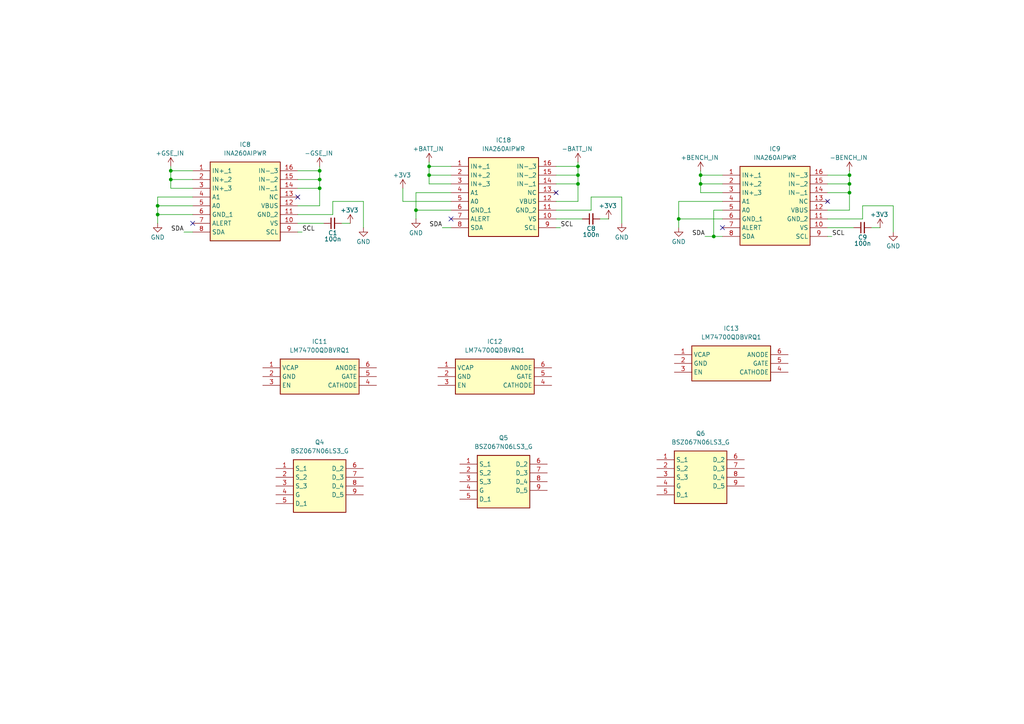
<source format=kicad_sch>
(kicad_sch (version 20250114) (generator "eeschema") (generator_version "9.0")
  (paper "A4")
  (title_block (title "University of Virginia") (date "2025-10-12") (rev "HEDGE2 EPS") (company "Department of Mechanical and Aerospace Engineering") (comment 1 "Edison Wong"))
  (lib_symbols
    (symbol "Device:C_Small" (pin_numbers (hide yes)) (pin_names (offset 0.254) (hide yes))
      (property "Reference" "C" (at 0.254 1.778 0))
      (property "Value" "C_Small" (at 0.254 -2.032 0))
      (symbol "C_Small_0_1"
        (polyline (pts (xy -1.524 0.508) (xy 1.524 0.508)) (stroke (width 0.3048)))
        (polyline (pts (xy -1.524 -0.508) (xy 1.524 -0.508)) (stroke (width 0.3302)))
      )
      (symbol "C_Small_1_1"
        (pin passive line (at 0 2.54 270) (length 2.032) (name "~") (number "1"))
        (pin passive line (at 0 -2.54 90) (length 2.032) (name "~") (number "2"))
      )
    )
    (symbol "HEDGE2:BSZ067N06LS3_G"
      (property "Reference" "Q" (at 21.59 7.62 0))
      (property "Value" "BSZ067N06LS3_G" (at 21.59 5.08 0))
      (symbol "BSZ067N06LS3_G_1_1"
        (rectangle (start 5.08 2.54) (end 20.32 -12.7) (stroke (width 0.254)) (fill (type background)))
        (pin passive line (at 0 0 0) (length 5.08) (name "S_1") (number "1"))
        (pin passive line (at 0 -2.54 0) (length 5.08) (name "S_2") (number "2"))
        (pin passive line (at 0 -5.08 0) (length 5.08) (name "S_3") (number "3"))
        (pin passive line (at 0 -7.62 0) (length 5.08) (name "G") (number "4"))
        (pin passive line (at 0 -10.16 0) (length 5.08) (name "D_1") (number "5"))
        (pin passive line (at 25.4 0 180) (length 5.08) (name "D_2") (number "6"))
        (pin passive line (at 25.4 -2.54 180) (length 5.08) (name "D_3") (number "7"))
        (pin passive line (at 25.4 -5.08 180) (length 5.08) (name "D_4") (number "8"))
        (pin passive line (at 25.4 -7.62 180) (length 5.08) (name "D_5") (number "9"))
      )
    )
    (symbol "HEDGE2:INA260AIPWR"
      (property "Reference" "IC" (at 26.67 7.62 0))
      (property "Value" "INA260AIPWR" (at 26.67 5.08 0))
      (symbol "INA260AIPWR_1_1"
        (rectangle (start 5.08 2.54) (end 25.4 -20.32) (stroke (width 0.254)) (fill (type background)))
        (pin passive line (at 0 0 0) (length 5.08) (name "IN+_1") (number "1"))
        (pin passive line (at 0 -2.54 0) (length 5.08) (name "IN+_2") (number "2"))
        (pin passive line (at 0 -5.08 0) (length 5.08) (name "IN+_3") (number "3"))
        (pin passive line (at 0 -7.62 0) (length 5.08) (name "A1") (number "4"))
        (pin passive line (at 0 -10.16 0) (length 5.08) (name "A0") (number "5"))
        (pin passive line (at 0 -12.7 0) (length 5.08) (name "GND_1") (number "6"))
        (pin passive line (at 0 -15.24 0) (length 5.08) (name "ALERT") (number "7"))
        (pin passive line (at 0 -17.78 0) (length 5.08) (name "SDA") (number "8"))
        (pin passive line (at 30.48 0 180) (length 5.08) (name "IN-_3") (number "16"))
        (pin passive line (at 30.48 -2.54 180) (length 5.08) (name "IN-_2") (number "15"))
        (pin passive line (at 30.48 -5.08 180) (length 5.08) (name "IN-_1") (number "14"))
        (pin no_connect line (at 30.48 -7.62 180) (length 5.08) (name "NC") (number "13"))
        (pin passive line (at 30.48 -10.16 180) (length 5.08) (name "VBUS") (number "12"))
        (pin passive line (at 30.48 -12.7 180) (length 5.08) (name "GND_2") (number "11"))
        (pin passive line (at 30.48 -15.24 180) (length 5.08) (name "VS") (number "10"))
        (pin passive line (at 30.48 -17.78 180) (length 5.08) (name "SCL") (number "9"))
      )
    )
    (symbol "HEDGE2:LM74700QDBVRQ1"
      (property "Reference" "IC" (at 29.21 7.62 0))
      (property "Value" "LM74700QDBVRQ1" (at 29.21 5.08 0))
      (symbol "LM74700QDBVRQ1_1_1"
        (rectangle (start 5.08 2.54) (end 27.94 -7.62) (stroke (width 0.254)) (fill (type background)))
        (pin passive line (at 0 0 0) (length 5.08) (name "VCAP") (number "1"))
        (pin passive line (at 0 -2.54 0) (length 5.08) (name "GND") (number "2"))
        (pin passive line (at 0 -5.08 0) (length 5.08) (name "EN") (number "3"))
        (pin passive line (at 33.02 0 180) (length 5.08) (name "ANODE") (number "6"))
        (pin passive line (at 33.02 -2.54 180) (length 5.08) (name "GATE") (number "5"))
        (pin passive line (at 33.02 -5.08 180) (length 5.08) (name "CATHODE") (number "4"))
      )
    )
    (symbol "power:+12V" (power) (pin_numbers (hide yes)) (pin_names (offset 0) (hide yes))
      (property "Value" "+12V" (at 0 3.556 0))
      (symbol "+12V_0_1"
        (polyline (pts (xy -0.762 1.27) (xy 0 2.54)))
        (polyline (pts (xy 0 2.54) (xy 0.762 1.27)))
        (polyline (pts (xy 0 0) (xy 0 2.54)))
      )
      (symbol "+12V_1_1"
        (pin power_in line (at 0 0 90) (length 0) (name "~") (number "1"))
      )
    )
    (symbol "power:+3V3" (power) (pin_numbers (hide yes)) (pin_names (offset 0) (hide yes))
      (property "Value" "+3V3" (at 0 3.556 0))
      (symbol "+3V3_0_1"
        (polyline (pts (xy -0.762 1.27) (xy 0 2.54)))
        (polyline (pts (xy 0 2.54) (xy 0.762 1.27)))
        (polyline (pts (xy 0 0) (xy 0 2.54)))
      )
      (symbol "+3V3_1_1"
        (pin power_in line (at 0 0 90) (length 0) (name "~") (number "1"))
      )
    )
    (symbol "power:GND" (power) (pin_numbers (hide yes)) (pin_names (offset 0) (hide yes))
      (property "Value" "GND" (at 0 -3.81 0))
      (symbol "GND_0_1"
        (polyline (pts (xy 0 0) (xy 0 -1.27) (xy 1.27 -1.27) (xy 0 -2.54) (xy -1.27 -1.27) (xy 0 -1.27)))
      )
      (symbol "GND_1_1"
        (pin power_in line (at 0 0 270) (length 0) (name "~") (number "1"))
      )
    )
  )
  (junction (at 246.38 53.34))
  (junction (at 45.72 59.69))
  (junction (at 246.38 50.8))
  (junction (at 207.01 68.58))
  (junction (at 45.72 62.23))
  (junction (at 49.53 52.07))
  (junction (at 124.46 48.26))
  (junction (at 92.71 52.07))
  (junction (at 92.71 54.61))
  (junction (at 167.64 53.34))
  (junction (at 167.64 50.8))
  (junction (at 49.53 49.53))
  (junction (at 196.85 63.5))
  (junction (at 92.71 49.53))
  (junction (at 120.65 60.96))
  (junction (at 167.64 48.26))
  (junction (at 246.38 55.88))
  (junction (at 124.46 50.8))
  (junction (at 203.2 53.34))
  (junction (at 203.2 50.8))
  (no_connect (at 209.55 66.04))
  (no_connect (at 240.03 58.42))
  (no_connect (at 55.88 64.77))
  (no_connect (at 130.81 63.5))
  (no_connect (at 86.36 57.15))
  (no_connect (at 161.29 55.88))
  (wire (pts (xy 55.88 59.69) (xy 45.72 59.69)))
  (wire (pts (xy 86.36 62.23) (xy 96.52 62.23)))
  (wire (pts (xy 167.64 46.99) (xy 167.64 48.26)))
  (wire (pts (xy 120.65 55.88) (xy 130.81 55.88)))
  (wire (pts (xy 203.2 50.8) (xy 209.55 50.8)))
  (wire (pts (xy 167.64 50.8) (xy 167.64 48.26)))
  (wire (pts (xy 92.71 48.26) (xy 92.71 49.53)))
  (wire (pts (xy 196.85 58.42) (xy 209.55 58.42)))
  (wire (pts (xy 207.01 68.58) (xy 209.55 68.58)))
  (wire (pts (xy 120.65 60.96) (xy 130.81 60.96)))
  (wire (pts (xy 173.99 63.5) (xy 176.53 63.5)))
  (wire (pts (xy 161.29 58.42) (xy 167.64 58.42)))
  (wire (pts (xy 252.73 66.04) (xy 255.27 66.04)))
  (wire (pts (xy 96.52 58.42) (xy 105.41 58.42)))
  (wire (pts (xy 92.71 52.07) (xy 92.71 49.53)))
  (wire (pts (xy 250.19 59.69) (xy 259.08 59.69)))
  (wire (pts (xy 124.46 46.99) (xy 124.46 48.26)))
  (wire (pts (xy 161.29 53.34) (xy 167.64 53.34)))
  (wire (pts (xy 86.36 59.69) (xy 92.71 59.69)))
  (wire (pts (xy 209.55 55.88) (xy 203.2 55.88)))
  (wire (pts (xy 259.08 59.69) (xy 259.08 67.31)))
  (wire (pts (xy 161.29 63.5) (xy 168.91 63.5)))
  (wire (pts (xy 171.45 57.15) (xy 180.34 57.15)))
  (wire (pts (xy 49.53 52.07) (xy 49.53 49.53)))
  (wire (pts (xy 86.36 64.77) (xy 93.98 64.77)))
  (wire (pts (xy 99.06 64.77) (xy 101.6 64.77)))
  (wire (pts (xy 45.72 62.23) (xy 45.72 64.77)))
  (wire (pts (xy 196.85 63.5) (xy 209.55 63.5)))
  (wire (pts (xy 45.72 62.23) (xy 55.88 62.23)))
  (wire (pts (xy 116.84 58.42) (xy 116.84 54.61)))
  (wire (pts (xy 196.85 63.5) (xy 196.85 66.04)))
  (wire (pts (xy 250.19 63.5) (xy 250.19 59.69)))
  (wire (pts (xy 204.47 68.58) (xy 207.01 68.58)))
  (wire (pts (xy 105.41 58.42) (xy 105.41 66.04)))
  (wire (pts (xy 86.36 52.07) (xy 92.71 52.07)))
  (wire (pts (xy 167.64 53.34) (xy 167.64 50.8)))
  (wire (pts (xy 49.53 54.61) (xy 49.53 52.07)))
  (wire (pts (xy 240.03 63.5) (xy 250.19 63.5)))
  (wire (pts (xy 246.38 55.88) (xy 246.38 53.34)))
  (wire (pts (xy 124.46 50.8) (xy 124.46 48.26)))
  (wire (pts (xy 246.38 53.34) (xy 246.38 50.8)))
  (wire (pts (xy 196.85 58.42) (xy 196.85 63.5)))
  (wire (pts (xy 96.52 62.23) (xy 96.52 58.42)))
  (wire (pts (xy 45.72 59.69) (xy 45.72 62.23)))
  (wire (pts (xy 49.53 48.26) (xy 49.53 49.53)))
  (wire (pts (xy 207.01 60.96) (xy 207.01 68.58)))
  (wire (pts (xy 130.81 58.42) (xy 116.84 58.42)))
  (wire (pts (xy 92.71 54.61) (xy 92.71 52.07)))
  (wire (pts (xy 92.71 59.69) (xy 92.71 54.61)))
  (wire (pts (xy 120.65 60.96) (xy 120.65 63.5)))
  (wire (pts (xy 167.64 48.26) (xy 161.29 48.26)))
  (wire (pts (xy 180.34 57.15) (xy 180.34 64.77)))
  (wire (pts (xy 130.81 50.8) (xy 124.46 50.8)))
  (wire (pts (xy 130.81 53.34) (xy 124.46 53.34)))
  (wire (pts (xy 246.38 50.8) (xy 240.03 50.8)))
  (wire (pts (xy 120.65 55.88) (xy 120.65 60.96)))
  (wire (pts (xy 203.2 55.88) (xy 203.2 53.34)))
  (wire (pts (xy 45.72 57.15) (xy 45.72 59.69)))
  (wire (pts (xy 53.34 67.31) (xy 55.88 67.31)))
  (wire (pts (xy 167.64 58.42) (xy 167.64 53.34)))
  (wire (pts (xy 246.38 60.96) (xy 246.38 55.88)))
  (wire (pts (xy 55.88 52.07) (xy 49.53 52.07)))
  (wire (pts (xy 203.2 49.53) (xy 203.2 50.8)))
  (wire (pts (xy 92.71 49.53) (xy 86.36 49.53)))
  (wire (pts (xy 124.46 48.26) (xy 130.81 48.26)))
  (wire (pts (xy 124.46 53.34) (xy 124.46 50.8)))
  (wire (pts (xy 240.03 55.88) (xy 246.38 55.88)))
  (wire (pts (xy 86.36 67.31) (xy 87.63 67.31)))
  (wire (pts (xy 161.29 66.04) (xy 162.56 66.04)))
  (wire (pts (xy 240.03 60.96) (xy 246.38 60.96)))
  (wire (pts (xy 240.03 68.58) (xy 241.3 68.58)))
  (wire (pts (xy 203.2 53.34) (xy 203.2 50.8)))
  (wire (pts (xy 49.53 49.53) (xy 55.88 49.53)))
  (wire (pts (xy 55.88 54.61) (xy 49.53 54.61)))
  (wire (pts (xy 240.03 66.04) (xy 247.65 66.04)))
  (wire (pts (xy 128.27 66.04) (xy 130.81 66.04)))
  (wire (pts (xy 55.88 57.15) (xy 45.72 57.15)))
  (wire (pts (xy 209.55 60.96) (xy 207.01 60.96)))
  (wire (pts (xy 161.29 50.8) (xy 167.64 50.8)))
  (wire (pts (xy 246.38 49.53) (xy 246.38 50.8)))
  (wire (pts (xy 209.55 53.34) (xy 203.2 53.34)))
  (wire (pts (xy 171.45 60.96) (xy 171.45 57.15)))
  (wire (pts (xy 240.03 53.34) (xy 246.38 53.34)))
  (wire (pts (xy 86.36 54.61) (xy 92.71 54.61)))
  (wire (pts (xy 161.29 60.96) (xy 171.45 60.96)))
  (label "SCL" (at 241.3 68.58 0))
  (label "SCL" (at 162.56 66.04 0))
  (label "SDA" (at 53.34 67.31 180))
  (label "SDA" (at 128.27 66.04 180))
  (label "SCL" (at 87.63 67.31 0))
  (label "SDA" (at 204.47 68.58 180))
  (symbol (lib_id "power:GND") (at 180.34 64.77 0) (unit 1)
    (property "Reference" "#PWR021" (effects (hide yes)))
    (property "Value" "GND" (at 180.34 68.834 0))
    (property "Description" "Power symbol creates a global label with name \"GND\" , ground" (effects (hide yes)))
  )
  (symbol (lib_id "Device:C_Small") (at 171.45 63.5 90) (unit 1)
    (property "Reference" "C8" (at 171.45 66.294 90))
    (property "Value" "100n" (at 171.45 68.072 90))
    (property "Description" "Unpolarized capacitor, small symbol" (effects (hide yes)))
  )
  (symbol (lib_id "power:+3V3") (at 176.53 63.5 0) (unit 1)
    (property "Reference" "#PWR020" (effects (hide yes)))
    (property "Value" "+3V3" (at 176.276 59.69 0))
    (property "Description" "Power symbol creates a global label with name \"+3V3\"" (effects (hide yes)))
  )
  (symbol (lib_id "HEDGE2:LM74700QDBVRQ1") (at 76.2 106.68 0) (unit 1)
    (property "Reference" "IC11" (at 92.71 99.06 0))
    (property "Value" "LM74700QDBVRQ1" (at 92.71 101.6 0))
    (property "Footprint" "SOT95P280X145-6N" (effects (hide yes)))
    (property "Datasheet" "http://www.ti.com/lit/gpn/LM74700-Q1" (effects (hide yes)))
    (property "Description" "Low Iq, ideal diode controller" (effects (hide yes)))
    (property "Height" "1.45" (effects (hide yes)))
    (property "Manufacturer_Name" "Texas Instruments" (effects (hide yes)))
    (property "Manufacturer_Part_Number" "LM74700QDBVRQ1" (effects (hide yes)))
    (property "Mouser Part Number" "595-LM74700QDBVRQ1" (effects (hide yes)))
    (property "Mouser Price/Stock" "https://www.mouser.co.uk/ProductDetail/Texas-Instruments/LM74700QDBVRQ1?qs=j%252B1pi9TdxUYjAZhGV8eSkQ%3D%3D" (effects (hide yes)))
    (property "Arrow Part Number" "LM74700QDBVRQ1" (effects (hide yes)))
    (property "Arrow Price/Stock" "https://www.arrow.com/en/products/lm74700qdbvrq1/texas-instruments?utm_currency=USD&region=nac" (effects (hide yes)))
  )
  (symbol (lib_id "power:GND") (at 120.65 63.5 0) (unit 1)
    (property "Reference" "#PWR017" (effects (hide yes)))
    (property "Value" "GND" (at 120.65 67.564 0))
    (property "Description" "Power symbol creates a global label with name \"GND\" , ground" (effects (hide yes)))
  )
  (symbol (lib_id "power:+3V3") (at 255.27 66.04 0) (unit 1)
    (property "Reference" "#PWR025" (effects (hide yes)))
    (property "Value" "+3V3" (at 255.016 62.23 0))
    (property "Description" "Power symbol creates a global label with name \"+3V3\"" (effects (hide yes)))
  )
  (symbol (lib_id "power:+3V3") (at 116.84 54.61 0) (unit 1)
    (property "Reference" "#PWR011" (effects (hide yes)))
    (property "Value" "+3V3" (at 116.586 50.8 0))
    (property "Description" "Power symbol creates a global label with name \"+3V3\"" (effects (hide yes)))
  )
  (symbol (lib_id "power:+12V") (at 167.64 46.99 0) (unit 1)
    (property "Reference" "#PWR019" (effects (hide yes)))
    (property "Value" "-BATT_IN" (at 167.386 43.18 0))
    (property "Description" "Power symbol creates a global label with name \"+12V\"" (effects (hide yes)))
  )
  (symbol (lib_id "Device:C_Small") (at 96.52 64.77 90) (unit 1)
    (property "Reference" "C1" (at 96.52 67.564 90))
    (property "Value" "100n" (at 96.52 69.342 90))
    (property "Description" "Unpolarized capacitor, small symbol" (effects (hide yes)))
  )
  (symbol (lib_id "HEDGE2:BSZ067N06LS3_G") (at 133.35 134.62 0) (unit 1)
    (property "Reference" "Q5" (at 146.05 127 0))
    (property "Value" "BSZ067N06LS3_G" (at 146.05 129.54 0))
    (property "Footprint" "BSZ067N06LS3G" (effects (hide yes)))
    (property "Datasheet" "https://www.infineon.com/dgdl/Infineon-BSZ067N06LS3%20G-DataSheet-v02_04-EN.pdf?fileId=db3a30431ddc9372011ebb0f41537ff6" (effects (hide yes)))
    (property "Description" "MOSFET N-Ch 60V 20A TSDSON-8 OptiMOS 3" (effects (hide yes)))
    (property "Height" "1" (effects (hide yes)))
    (property "Manufacturer_Name" "Infineon" (effects (hide yes)))
    (property "Manufacturer_Part_Number" "BSZ067N06LS3 G" (effects (hide yes)))
    (property "Mouser Part Number" "726-BSZ067N06LS3G" (effects (hide yes)))
    (property "Mouser Price/Stock" "https://www.mouser.co.uk/ProductDetail/Infineon-Technologies/BSZ067N06LS3-G?qs=wK%252BoHS4yu54ceFePPujzhw%3D%3D" (effects (hide yes)))
  )
  (symbol (lib_id "power:+12V") (at 92.71 48.26 0) (unit 1)
    (property "Reference" "#PWR013" (effects (hide yes)))
    (property "Value" "-GSE_IN" (at 92.456 44.45 0))
    (property "Description" "Power symbol creates a global label with name \"+12V\"" (effects (hide yes)))
  )
  (symbol (lib_id "power:GND") (at 105.41 66.04 0) (unit 1)
    (property "Reference" "#PWR014" (effects (hide yes)))
    (property "Value" "GND" (at 105.41 70.104 0))
    (property "Description" "Power symbol creates a global label with name \"GND\" , ground" (effects (hide yes)))
  )
  (symbol (lib_id "power:+12V") (at 203.2 49.53 0) (unit 1)
    (property "Reference" "#PWR023" (effects (hide yes)))
    (property "Value" "+BENCH_IN" (at 202.946 45.72 0))
    (property "Description" "Power symbol creates a global label with name \"+12V\"" (effects (hide yes)))
  )
  (symbol (lib_id "power:+12V") (at 246.38 49.53 0) (unit 1)
    (property "Reference" "#PWR024" (effects (hide yes)))
    (property "Value" "-BENCH_IN" (at 246.126 45.72 0))
    (property "Description" "Power symbol creates a global label with name \"+12V\"" (effects (hide yes)))
  )
  (symbol (lib_id "power:GND") (at 45.72 64.77 0) (unit 1)
    (property "Reference" "#PWR015" (effects (hide yes)))
    (property "Value" "GND" (at 45.72 68.834 0))
    (property "Description" "Power symbol creates a global label with name \"GND\" , ground" (effects (hide yes)))
  )
  (symbol (lib_id "HEDGE2:INA260AIPWR") (at 130.81 48.26 0) (unit 1)
    (property "Reference" "IC18" (at 146.05 40.64 0))
    (property "Value" "INA260AIPWR" (at 146.05 43.18 0))
    (property "Footprint" "SOP65P640X120-16N" (effects (hide yes)))
    (property "Datasheet" "http://www.ti.com/lit/gpn/INA260" (effects (hide yes)))
    (property "Description" "36V, Bi-Dir, High Accuracy, Low-/High-Side, I2C Current/Pwr Monitor w/Integrated 2m Shunt Resistor" (effects (hide yes)))
    (property "Height" "1.2" (effects (hide yes)))
    (property "Manufacturer_Name" "Texas Instruments" (effects (hide yes)))
    (property "Manufacturer_Part_Number" "INA260AIPWR" (effects (hide yes)))
    (property "Mouser Part Number" "595-INA260AIPWR" (effects (hide yes)))
    (property "Mouser Price/Stock" "https://www.mouser.co.uk/ProductDetail/Texas-Instruments/INA260AIPWR?qs=vcbl%252BK4rRldNzXQDYx03SQ%3D%3D" (effects (hide yes)))
    (property "Arrow Part Number" "INA260AIPWR" (effects (hide yes)))
    (property "Arrow Price/Stock" "https://www.arrow.com/en/products/ina260aipwr/texas-instruments?utm_currency=USD&region=nac" (effects (hide yes)))
  )
  (symbol (lib_id "power:+12V") (at 124.46 46.99 0) (unit 1)
    (property "Reference" "#PWR018" (effects (hide yes)))
    (property "Value" "+BATT_IN" (at 124.206 43.18 0))
    (property "Description" "Power symbol creates a global label with name \"+12V\"" (effects (hide yes)))
  )
  (symbol (lib_id "Device:C_Small") (at 250.19 66.04 90) (unit 1)
    (property "Reference" "C9" (at 250.19 68.834 90))
    (property "Value" "100n" (at 250.19 70.612 90))
    (property "Description" "Unpolarized capacitor, small symbol" (effects (hide yes)))
  )
  (symbol (lib_id "power:+12V") (at 49.53 48.26 0) (unit 1)
    (property "Reference" "#PWR010" (effects (hide yes)))
    (property "Value" "+GSE_IN" (at 49.276 44.45 0))
    (property "Description" "Power symbol creates a global label with name \"+12V\"" (effects (hide yes)))
  )
  (symbol (lib_id "power:GND") (at 196.85 66.04 0) (unit 1)
    (property "Reference" "#PWR022" (effects (hide yes)))
    (property "Value" "GND" (at 196.85 70.104 0))
    (property "Description" "Power symbol creates a global label with name \"GND\" , ground" (effects (hide yes)))
  )
  (symbol (lib_id "power:GND") (at 259.08 67.31 0) (unit 1)
    (property "Reference" "#PWR026" (effects (hide yes)))
    (property "Value" "GND" (at 259.08 71.374 0))
    (property "Description" "Power symbol creates a global label with name \"GND\" , ground" (effects (hide yes)))
  )
  (symbol (lib_id "HEDGE2:BSZ067N06LS3_G") (at 80.01 135.89 0) (unit 1)
    (property "Reference" "Q4" (at 92.71 128.27 0))
    (property "Value" "BSZ067N06LS3_G" (at 92.71 130.81 0))
    (property "Footprint" "BSZ067N06LS3G" (effects (hide yes)))
    (property "Datasheet" "https://www.infineon.com/dgdl/Infineon-BSZ067N06LS3%20G-DataSheet-v02_04-EN.pdf?fileId=db3a30431ddc9372011ebb0f41537ff6" (effects (hide yes)))
    (property "Description" "MOSFET N-Ch 60V 20A TSDSON-8 OptiMOS 3" (effects (hide yes)))
    (property "Height" "1" (effects (hide yes)))
    (property "Manufacturer_Name" "Infineon" (effects (hide yes)))
    (property "Manufacturer_Part_Number" "BSZ067N06LS3 G" (effects (hide yes)))
    (property "Mouser Part Number" "726-BSZ067N06LS3G" (effects (hide yes)))
    (property "Mouser Price/Stock" "https://www.mouser.co.uk/ProductDetail/Infineon-Technologies/BSZ067N06LS3-G?qs=wK%252BoHS4yu54ceFePPujzhw%3D%3D" (effects (hide yes)))
  )
  (symbol (lib_id "HEDGE2:LM74700QDBVRQ1") (at 127 106.68 0) (unit 1)
    (property "Reference" "IC12" (at 143.51 99.06 0))
    (property "Value" "LM74700QDBVRQ1" (at 143.51 101.6 0))
    (property "Footprint" "SOT95P280X145-6N" (effects (hide yes)))
    (property "Datasheet" "http://www.ti.com/lit/gpn/LM74700-Q1" (effects (hide yes)))
    (property "Description" "Low Iq, ideal diode controller" (effects (hide yes)))
    (property "Height" "1.45" (effects (hide yes)))
    (property "Manufacturer_Name" "Texas Instruments" (effects (hide yes)))
    (property "Manufacturer_Part_Number" "LM74700QDBVRQ1" (effects (hide yes)))
    (property "Mouser Part Number" "595-LM74700QDBVRQ1" (effects (hide yes)))
    (property "Mouser Price/Stock" "https://www.mouser.co.uk/ProductDetail/Texas-Instruments/LM74700QDBVRQ1?qs=j%252B1pi9TdxUYjAZhGV8eSkQ%3D%3D" (effects (hide yes)))
    (property "Arrow Part Number" "LM74700QDBVRQ1" (effects (hide yes)))
    (property "Arrow Price/Stock" "https://www.arrow.com/en/products/lm74700qdbvrq1/texas-instruments?utm_currency=USD&region=nac" (effects (hide yes)))
  )
  (symbol (lib_id "HEDGE2:INA260AIPWR") (at 209.55 50.8 0) (unit 1)
    (property "Reference" "IC9" (at 224.79 43.18 0))
    (property "Value" "INA260AIPWR" (at 224.79 45.72 0))
    (property "Footprint" "SOP65P640X120-16N" (effects (hide yes)))
    (property "Datasheet" "http://www.ti.com/lit/gpn/INA260" (effects (hide yes)))
    (property "Description" "36V, Bi-Dir, High Accuracy, Low-/High-Side, I2C Current/Pwr Monitor w/Integrated 2m Shunt Resistor" (effects (hide yes)))
    (property "Height" "1.2" (effects (hide yes)))
    (property "Manufacturer_Name" "Texas Instruments" (effects (hide yes)))
    (property "Manufacturer_Part_Number" "INA260AIPWR" (effects (hide yes)))
    (property "Mouser Part Number" "595-INA260AIPWR" (effects (hide yes)))
    (property "Mouser Price/Stock" "https://www.mouser.co.uk/ProductDetail/Texas-Instruments/INA260AIPWR?qs=vcbl%252BK4rRldNzXQDYx03SQ%3D%3D" (effects (hide yes)))
    (property "Arrow Part Number" "INA260AIPWR" (effects (hide yes)))
    (property "Arrow Price/Stock" "https://www.arrow.com/en/products/ina260aipwr/texas-instruments?utm_currency=USD&region=nac" (effects (hide yes)))
  )
  (symbol (lib_id "HEDGE2:INA260AIPWR") (at 55.88 49.53 0) (unit 1)
    (property "Reference" "IC8" (at 71.12 41.91 0))
    (property "Value" "INA260AIPWR" (at 71.12 44.45 0))
    (property "Footprint" "SOP65P640X120-16N" (effects (hide yes)))
    (property "Datasheet" "http://www.ti.com/lit/gpn/INA260" (effects (hide yes)))
    (property "Description" "36V, Bi-Dir, High Accuracy, Low-/High-Side, I2C Current/Pwr Monitor w/Integrated 2m Shunt Resistor" (effects (hide yes)))
    (property "Height" "1.2" (effects (hide yes)))
    (property "Manufacturer_Name" "Texas Instruments" (effects (hide yes)))
    (property "Manufacturer_Part_Number" "INA260AIPWR" (effects (hide yes)))
    (property "Mouser Part Number" "595-INA260AIPWR" (effects (hide yes)))
    (property "Mouser Price/Stock" "https://www.mouser.co.uk/ProductDetail/Texas-Instruments/INA260AIPWR?qs=vcbl%252BK4rRldNzXQDYx03SQ%3D%3D" (effects (hide yes)))
    (property "Arrow Part Number" "INA260AIPWR" (effects (hide yes)))
    (property "Arrow Price/Stock" "https://www.arrow.com/en/products/ina260aipwr/texas-instruments?utm_currency=USD&region=nac" (effects (hide yes)))
  )
  (symbol (lib_id "HEDGE2:BSZ067N06LS3_G") (at 190.5 133.35 0) (unit 1)
    (property "Reference" "Q6" (at 203.2 125.73 0))
    (property "Value" "BSZ067N06LS3_G" (at 203.2 128.27 0))
    (property "Footprint" "BSZ067N06LS3G" (effects (hide yes)))
    (property "Datasheet" "https://www.infineon.com/dgdl/Infineon-BSZ067N06LS3%20G-DataSheet-v02_04-EN.pdf?fileId=db3a30431ddc9372011ebb0f41537ff6" (effects (hide yes)))
    (property "Description" "MOSFET N-Ch 60V 20A TSDSON-8 OptiMOS 3" (effects (hide yes)))
    (property "Height" "1" (effects (hide yes)))
    (property "Manufacturer_Name" "Infineon" (effects (hide yes)))
    (property "Manufacturer_Part_Number" "BSZ067N06LS3 G" (effects (hide yes)))
    (property "Mouser Part Number" "726-BSZ067N06LS3G" (effects (hide yes)))
    (property "Mouser Price/Stock" "https://www.mouser.co.uk/ProductDetail/Infineon-Technologies/BSZ067N06LS3-G?qs=wK%252BoHS4yu54ceFePPujzhw%3D%3D" (effects (hide yes)))
  )
  (symbol (lib_id "power:+3V3") (at 101.6 64.77 0) (unit 1)
    (property "Reference" "#PWR016" (effects (hide yes)))
    (property "Value" "+3V3" (at 101.346 60.96 0))
    (property "Description" "Power symbol creates a global label with name \"+3V3\"" (effects (hide yes)))
  )
  (symbol (lib_id "HEDGE2:LM74700QDBVRQ1") (at 195.58 102.87 0) (unit 1)
    (property "Reference" "IC13" (at 212.09 95.25 0))
    (property "Value" "LM74700QDBVRQ1" (at 212.09 97.79 0))
    (property "Footprint" "SOT95P280X145-6N" (effects (hide yes)))
    (property "Datasheet" "http://www.ti.com/lit/gpn/LM74700-Q1" (effects (hide yes)))
    (property "Description" "Low Iq, ideal diode controller" (effects (hide yes)))
    (property "Height" "1.45" (effects (hide yes)))
    (property "Manufacturer_Name" "Texas Instruments" (effects (hide yes)))
    (property "Manufacturer_Part_Number" "LM74700QDBVRQ1" (effects (hide yes)))
    (property "Mouser Part Number" "595-LM74700QDBVRQ1" (effects (hide yes)))
    (property "Mouser Price/Stock" "https://www.mouser.co.uk/ProductDetail/Texas-Instruments/LM74700QDBVRQ1?qs=j%252B1pi9TdxUYjAZhGV8eSkQ%3D%3D" (effects (hide yes)))
    (property "Arrow Part Number" "LM74700QDBVRQ1" (effects (hide yes)))
    (property "Arrow Price/Stock" "https://www.arrow.com/en/products/lm74700qdbvrq1/texas-instruments?utm_currency=USD&region=nac" (effects (hide yes)))
  )
)
</source>
